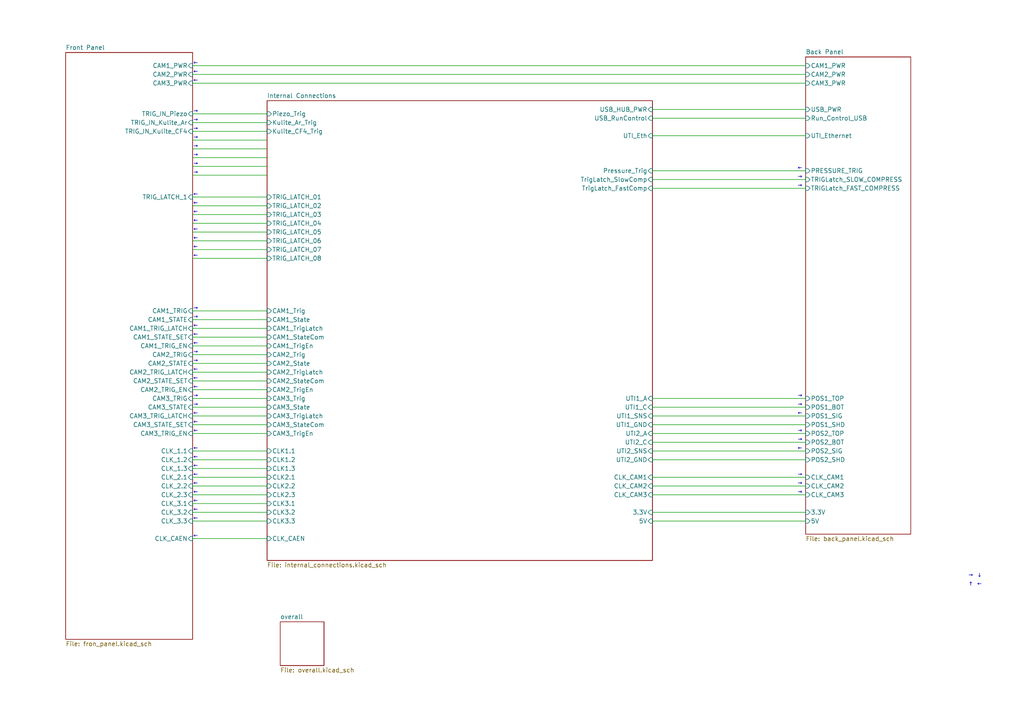
<source format=kicad_sch>
(kicad_sch (version 20230121) (generator eeschema)

  (uuid 617a7c5d-26e4-40f1-8dc6-da0df3aa4d83)

  (paper "A4")

  (title_block
    (title "Digital I/O Box")
    (date "2023-09-27")
    (company "SBC")
    (comment 1 "Zhiheng Sheng")
    (comment 2 "All wires are 22 or 24 gauge")
  )

  (lib_symbols
  )


  (wire (pts (xy 55.88 64.77) (xy 77.47 64.77))
    (stroke (width 0) (type default))
    (uuid 0ba17b04-4133-449b-8f86-1b1231215ab1)
  )
  (wire (pts (xy 55.88 118.11) (xy 77.47 118.11))
    (stroke (width 0) (type default))
    (uuid 0cea25de-661f-433d-8fa6-3348936d0bd8)
  )
  (wire (pts (xy 55.88 95.25) (xy 77.47 95.25))
    (stroke (width 0) (type default))
    (uuid 0e6fa6d6-88e5-451a-8330-64bef1b09a25)
  )
  (wire (pts (xy 55.88 90.17) (xy 77.47 90.17))
    (stroke (width 0) (type default))
    (uuid 0fc49133-b187-4d37-a14d-b9c78a9a23ee)
  )
  (wire (pts (xy 55.88 156.21) (xy 77.47 156.21))
    (stroke (width 0) (type default))
    (uuid 12a40ce0-4fa4-4ac3-9efa-1f6c1753c1d8)
  )
  (wire (pts (xy 55.88 130.81) (xy 77.47 130.81))
    (stroke (width 0) (type default))
    (uuid 17c9ae39-2a48-47c5-8dd2-f501dffe4b5d)
  )
  (wire (pts (xy 55.88 115.57) (xy 77.47 115.57))
    (stroke (width 0) (type default))
    (uuid 18d6585e-7411-481a-8502-9297c9e23e23)
  )
  (wire (pts (xy 55.88 59.69) (xy 77.47 59.69))
    (stroke (width 0) (type default))
    (uuid 19b6bf9e-e2e1-4ba0-ae7a-b450c63dad7f)
  )
  (wire (pts (xy 189.23 151.13) (xy 233.68 151.13))
    (stroke (width 0) (type default))
    (uuid 1b204a71-0901-41f6-91fc-1e7b1f434a92)
  )
  (wire (pts (xy 55.88 57.15) (xy 77.47 57.15))
    (stroke (width 0) (type default))
    (uuid 21626381-4ce3-4336-94bf-8aed03ff7c3a)
  )
  (wire (pts (xy 55.88 35.56) (xy 77.47 35.56))
    (stroke (width 0) (type default))
    (uuid 24a1db87-791c-46db-8acb-37928e795f1a)
  )
  (wire (pts (xy 55.88 100.33) (xy 77.47 100.33))
    (stroke (width 0) (type default))
    (uuid 25e10485-46dc-47a5-bd8b-c7daa0ce4c1f)
  )
  (wire (pts (xy 189.23 54.61) (xy 233.68 54.61))
    (stroke (width 0) (type default))
    (uuid 2a33a410-2e1e-490b-9710-d8a51461aea9)
  )
  (wire (pts (xy 55.88 105.41) (xy 77.47 105.41))
    (stroke (width 0) (type default))
    (uuid 2a9f5a5e-2db1-40f6-b1c5-d966fa920312)
  )
  (wire (pts (xy 55.88 107.95) (xy 77.47 107.95))
    (stroke (width 0) (type default))
    (uuid 2ebb58d5-a5e4-40b0-b1a3-644916f22d86)
  )
  (wire (pts (xy 55.88 24.13) (xy 233.68 24.13))
    (stroke (width 0) (type default))
    (uuid 3feb3868-970c-4cc1-b78a-2b5cf91b83fc)
  )
  (wire (pts (xy 55.88 125.73) (xy 77.47 125.73))
    (stroke (width 0) (type default))
    (uuid 40722ab1-3d04-4049-9bc6-18e83b0da09b)
  )
  (wire (pts (xy 55.88 74.93) (xy 77.47 74.93))
    (stroke (width 0) (type default))
    (uuid 4184e675-767d-4293-b998-3eb9321abfe9)
  )
  (wire (pts (xy 55.88 69.85) (xy 77.47 69.85))
    (stroke (width 0) (type default))
    (uuid 46c10968-e3ad-4ecc-8472-8dd70a551252)
  )
  (wire (pts (xy 189.23 120.65) (xy 233.68 120.65))
    (stroke (width 0) (type default))
    (uuid 499d1c2e-a702-4df1-b794-4d3ef3850553)
  )
  (wire (pts (xy 189.23 133.35) (xy 233.68 133.35))
    (stroke (width 0) (type default))
    (uuid 4a045ff7-22c7-4e25-b23c-5d3d0355509f)
  )
  (wire (pts (xy 55.88 40.64) (xy 77.47 40.64))
    (stroke (width 0) (type default))
    (uuid 4cda9058-a945-40b1-921e-0a0b1b0ad178)
  )
  (wire (pts (xy 189.23 115.57) (xy 233.68 115.57))
    (stroke (width 0) (type default))
    (uuid 5790ff0d-2a66-48b8-8137-35e4264e3af3)
  )
  (wire (pts (xy 55.88 97.79) (xy 77.47 97.79))
    (stroke (width 0) (type default))
    (uuid 5fefc4b7-21cf-468a-a647-1b478a692f0c)
  )
  (wire (pts (xy 55.88 148.59) (xy 77.47 148.59))
    (stroke (width 0) (type default))
    (uuid 6862ad55-86a7-4742-ba5b-5c04f38f6496)
  )
  (wire (pts (xy 55.88 38.1) (xy 77.47 38.1))
    (stroke (width 0) (type default))
    (uuid 687350e4-717d-4aa5-ad6c-4d7cfe3050f1)
  )
  (wire (pts (xy 189.23 123.19) (xy 233.68 123.19))
    (stroke (width 0) (type default))
    (uuid 6b34833b-8998-4123-98fe-675284dcdbed)
  )
  (wire (pts (xy 189.23 49.53) (xy 233.68 49.53))
    (stroke (width 0) (type default))
    (uuid 72c59d6b-52ab-42d8-b693-86e037d4d2a0)
  )
  (wire (pts (xy 189.23 52.07) (xy 233.68 52.07))
    (stroke (width 0) (type default))
    (uuid 7765d8e0-0d39-4f20-a28c-c5af85b23e50)
  )
  (wire (pts (xy 189.23 125.73) (xy 233.68 125.73))
    (stroke (width 0) (type default))
    (uuid 778652a7-1b4f-437a-b67e-bb6d8ec65897)
  )
  (wire (pts (xy 55.88 92.71) (xy 77.47 92.71))
    (stroke (width 0) (type default))
    (uuid 7b8d46ff-9491-4a72-9622-667f3c8ab504)
  )
  (wire (pts (xy 189.23 148.59) (xy 233.68 148.59))
    (stroke (width 0) (type default))
    (uuid 85d687c3-90b7-4ab3-a24d-27599fce60c3)
  )
  (wire (pts (xy 189.23 143.51) (xy 233.68 143.51))
    (stroke (width 0) (type default))
    (uuid 868b4b50-107a-4e81-8fb9-d8d15ae9b1ac)
  )
  (wire (pts (xy 55.88 110.49) (xy 77.47 110.49))
    (stroke (width 0) (type default))
    (uuid 86b9488c-2050-43ed-a8e9-2c582fc0e9c2)
  )
  (wire (pts (xy 55.88 72.39) (xy 77.47 72.39))
    (stroke (width 0) (type default))
    (uuid 8cc922bb-6dda-41bd-b32a-2b5a32e86ec5)
  )
  (wire (pts (xy 55.88 21.59) (xy 233.68 21.59))
    (stroke (width 0) (type default))
    (uuid 91779518-628e-4ad9-bf0c-e50d74f6c47a)
  )
  (wire (pts (xy 55.88 67.31) (xy 77.47 67.31))
    (stroke (width 0) (type default))
    (uuid 92efb0f0-1e58-4802-a843-27296959cb7b)
  )
  (wire (pts (xy 55.88 151.13) (xy 77.47 151.13))
    (stroke (width 0) (type default))
    (uuid 9535337f-b874-4fd2-90fd-89435cb93649)
  )
  (wire (pts (xy 55.88 113.03) (xy 77.47 113.03))
    (stroke (width 0) (type default))
    (uuid 96548e9c-eb6c-4eba-a4fd-f056387065c8)
  )
  (wire (pts (xy 55.88 140.97) (xy 77.47 140.97))
    (stroke (width 0) (type default))
    (uuid 9d986d9b-245b-4d9e-9678-b8c7848e2cac)
  )
  (wire (pts (xy 55.88 120.65) (xy 77.47 120.65))
    (stroke (width 0) (type default))
    (uuid a05dbaa6-2699-4db6-bde9-cb8e2ee01f14)
  )
  (wire (pts (xy 55.88 135.89) (xy 77.47 135.89))
    (stroke (width 0) (type default))
    (uuid a5804d96-33f0-4b6f-8989-d8be27892c4e)
  )
  (wire (pts (xy 189.23 39.37) (xy 233.68 39.37))
    (stroke (width 0) (type default))
    (uuid be9675d2-c98a-40f7-8182-8916d803e95e)
  )
  (wire (pts (xy 55.88 45.72) (xy 77.47 45.72))
    (stroke (width 0) (type default))
    (uuid bf6af038-6892-45c6-b130-59261167314d)
  )
  (wire (pts (xy 55.88 138.43) (xy 77.47 138.43))
    (stroke (width 0) (type default))
    (uuid bf9fa028-2805-48d3-83dc-25d67d0f0a80)
  )
  (wire (pts (xy 189.23 31.75) (xy 233.68 31.75))
    (stroke (width 0) (type default))
    (uuid c103ec16-a4a6-4280-a683-ba7da94748d0)
  )
  (wire (pts (xy 55.88 43.18) (xy 77.47 43.18))
    (stroke (width 0) (type default))
    (uuid c3bd17d5-66fb-4687-9d7f-a126d3fc08eb)
  )
  (wire (pts (xy 55.88 102.87) (xy 77.47 102.87))
    (stroke (width 0) (type default))
    (uuid c72a28d1-b27b-499a-a989-a3019babf6cf)
  )
  (wire (pts (xy 55.88 50.8) (xy 77.47 50.8))
    (stroke (width 0) (type default))
    (uuid d57413f8-5bbb-49aa-90b1-3a41fbafdaa9)
  )
  (wire (pts (xy 55.88 62.23) (xy 77.47 62.23))
    (stroke (width 0) (type default))
    (uuid d5e2bb6e-c92d-4b32-8cb7-13fd87d39580)
  )
  (wire (pts (xy 55.88 19.05) (xy 233.68 19.05))
    (stroke (width 0) (type default))
    (uuid dd663951-2078-4b12-b041-f77c0091f70f)
  )
  (wire (pts (xy 55.88 48.26) (xy 77.47 48.26))
    (stroke (width 0) (type default))
    (uuid e0a5e8b0-784c-4af4-a234-59e750988be2)
  )
  (wire (pts (xy 189.23 34.29) (xy 233.68 34.29))
    (stroke (width 0) (type default))
    (uuid e182fe29-a154-4b7d-8a3e-38f269aa3592)
  )
  (wire (pts (xy 189.23 130.81) (xy 233.68 130.81))
    (stroke (width 0) (type default))
    (uuid e2c50dea-8e13-439b-b488-da4ee0f63b2a)
  )
  (wire (pts (xy 189.23 138.43) (xy 233.68 138.43))
    (stroke (width 0) (type default))
    (uuid e5b5773c-b3f9-42b2-b33f-6abbdd55ad9e)
  )
  (wire (pts (xy 55.88 146.05) (xy 77.47 146.05))
    (stroke (width 0) (type default))
    (uuid e7d552b2-41c8-4f6c-8615-46951ac373a3)
  )
  (wire (pts (xy 55.88 143.51) (xy 77.47 143.51))
    (stroke (width 0) (type default))
    (uuid e86c00ee-7b62-4f31-945d-4b7e5c3b5f3f)
  )
  (wire (pts (xy 55.88 133.35) (xy 77.47 133.35))
    (stroke (width 0) (type default))
    (uuid efdcd7bc-04a7-4008-aa57-656e517a3342)
  )
  (wire (pts (xy 55.88 33.02) (xy 77.47 33.02))
    (stroke (width 0) (type default))
    (uuid f03594e5-d29d-44d8-9e27-795e7f4e322c)
  )
  (wire (pts (xy 189.23 128.27) (xy 233.68 128.27))
    (stroke (width 0) (type default))
    (uuid f11158d2-c079-4911-8e8f-039a90cafde9)
  )
  (wire (pts (xy 189.23 118.11) (xy 233.68 118.11))
    (stroke (width 0) (type default))
    (uuid f5c7a022-7bb1-4401-893a-cb66e2d4d881)
  )
  (wire (pts (xy 55.88 123.19) (xy 77.47 123.19))
    (stroke (width 0) (type default))
    (uuid fc68a38c-625a-4f30-aae8-56a7d37bc913)
  )
  (wire (pts (xy 189.23 140.97) (xy 233.68 140.97))
    (stroke (width 0) (type default))
    (uuid ff8ddea1-43f5-4398-8853-6822c213af31)
  )

  (text "→" (at 231.14 143.51 0)
    (effects (font (size 1.27 1.27)) (justify left bottom))
    (uuid 0d6d80e3-cdb4-4fc8-a181-88a0dfa19564)
  )
  (text "↓" (at 283.21 167.64 0)
    (effects (font (size 1.27 1.27)) (justify left bottom))
    (uuid 0e0638ac-6cbc-4a29-b1a3-cf6de7ef1e85)
  )
  (text "→" (at 280.67 167.64 0)
    (effects (font (size 1.27 1.27)) (justify left bottom))
    (uuid 0e506973-19f5-4af4-b168-771640284c61)
  )
  (text "←" (at 283.21 170.18 0)
    (effects (font (size 1.27 1.27)) (justify left bottom))
    (uuid 157ca526-3818-4e21-8b0c-04734d7318b5)
  )
  (text "→" (at 231.14 138.43 0)
    (effects (font (size 1.27 1.27)) (justify left bottom))
    (uuid 187872c9-7893-4b8e-a485-3479c2f131ec)
  )
  (text "←" (at 55.88 120.65 0)
    (effects (font (size 1.27 1.27)) (justify left bottom))
    (uuid 18e4b164-32bb-40b0-92fb-eb36307a2a19)
  )
  (text "→" (at 55.88 118.11 0)
    (effects (font (size 1.27 1.27)) (justify left bottom))
    (uuid 198a8a67-16db-4363-bd57-a71355701e4b)
  )
  (text "←" (at 55.88 67.31 0)
    (effects (font (size 1.27 1.27)) (justify left bottom))
    (uuid 1a395d02-b090-47c7-80b9-4e4c99ab6a66)
  )
  (text "←" (at 55.88 19.05 0)
    (effects (font (size 1.27 1.27)) (justify left bottom))
    (uuid 1abf69f9-640a-4169-8ce2-d13446449138)
  )
  (text "←" (at 55.88 130.81 0)
    (effects (font (size 1.27 1.27)) (justify left bottom))
    (uuid 1dbac920-1981-482a-b59a-28a0ced5a194)
  )
  (text "←" (at 55.88 62.23 0)
    (effects (font (size 1.27 1.27)) (justify left bottom))
    (uuid 21f524f2-18d5-4e28-9a2c-79b8ea622810)
  )
  (text "←" (at 55.88 138.43 0)
    (effects (font (size 1.27 1.27)) (justify left bottom))
    (uuid 2241d85c-e223-4704-9a69-e43211b2b126)
  )
  (text "←" (at 55.88 107.95 0)
    (effects (font (size 1.27 1.27)) (justify left bottom))
    (uuid 24dc7052-458f-47b9-8c30-3d0d663b6bdf)
  )
  (text "→" (at 55.88 105.41 0)
    (effects (font (size 1.27 1.27)) (justify left bottom))
    (uuid 253726b5-0862-4afc-ba71-c7f98f400dd2)
  )
  (text "→" (at 55.88 40.64 0)
    (effects (font (size 1.27 1.27)) (justify left bottom))
    (uuid 35d76339-f038-4792-bc34-ac445834f8a0)
  )
  (text "←" (at 55.88 110.49 0)
    (effects (font (size 1.27 1.27)) (justify left bottom))
    (uuid 3a7471e2-fc19-4687-a888-782f12e7035b)
  )
  (text "←" (at 231.14 130.81 0)
    (effects (font (size 1.27 1.27)) (justify left bottom))
    (uuid 40fca973-23d4-42a9-98a8-0243e48f68d0)
  )
  (text "→" (at 55.88 43.18 0)
    (effects (font (size 1.27 1.27)) (justify left bottom))
    (uuid 44003f21-6467-42c2-88da-4730f7ecb521)
  )
  (text "→" (at 231.14 125.73 0)
    (effects (font (size 1.27 1.27)) (justify left bottom))
    (uuid 488c9506-ed9a-47ed-a2a7-5274a062350e)
  )
  (text "→" (at 55.88 38.1 0)
    (effects (font (size 1.27 1.27)) (justify left bottom))
    (uuid 4a64c2a8-ec08-4da6-839f-31e1d29bb358)
  )
  (text "→" (at 55.88 102.87 0)
    (effects (font (size 1.27 1.27)) (justify left bottom))
    (uuid 4b4982fc-6fc5-4804-9006-17fbd740e4ee)
  )
  (text "←" (at 55.88 21.59 0)
    (effects (font (size 1.27 1.27)) (justify left bottom))
    (uuid 4d1067f7-ddb5-4b56-a77b-5cb7c07e2a29)
  )
  (text "←" (at 55.88 140.97 0)
    (effects (font (size 1.27 1.27)) (justify left bottom))
    (uuid 505dec17-0ef0-4718-81cb-155aa48b0af4)
  )
  (text "←" (at 55.88 24.13 0)
    (effects (font (size 1.27 1.27)) (justify left bottom))
    (uuid 59578ad0-dbfb-43bc-9ff1-a6fdb84f7b72)
  )
  (text "←" (at 55.88 123.19 0)
    (effects (font (size 1.27 1.27)) (justify left bottom))
    (uuid 5fd4d7ba-7cbc-4e1f-b569-40350d7c4bf4)
  )
  (text "↑" (at 280.67 170.18 0)
    (effects (font (size 1.27 1.27)) (justify left bottom))
    (uuid 628928df-f266-408d-b6cd-02f8e9eb7782)
  )
  (text "←" (at 231.14 120.65 0)
    (effects (font (size 1.27 1.27)) (justify left bottom))
    (uuid 67381b11-21bd-4329-8196-eb5ab0bca66a)
  )
  (text "←" (at 55.88 146.05 0)
    (effects (font (size 1.27 1.27)) (justify left bottom))
    (uuid 696290ac-a00e-4b0a-9bb6-6bdca547df26)
  )
  (text "→" (at 55.88 90.17 0)
    (effects (font (size 1.27 1.27)) (justify left bottom))
    (uuid 742b9c14-7882-483c-9f73-230ddb32145f)
  )
  (text "←" (at 55.88 148.59 0)
    (effects (font (size 1.27 1.27)) (justify left bottom))
    (uuid 74c608a5-3b3d-4f12-8816-d380574047b2)
  )
  (text "←" (at 55.88 57.15 0)
    (effects (font (size 1.27 1.27)) (justify left bottom))
    (uuid 79c542d8-8055-4d5b-bc25-3b6f5c6de5f7)
  )
  (text "←" (at 55.88 156.21 0)
    (effects (font (size 1.27 1.27)) (justify left bottom))
    (uuid 8106b01c-3098-4471-94f1-0013bc40f973)
  )
  (text "←" (at 231.14 49.53 0)
    (effects (font (size 1.27 1.27)) (justify left bottom))
    (uuid 813808c0-26da-4938-9795-a97d777ce610)
  )
  (text "→" (at 55.88 50.8 0)
    (effects (font (size 1.27 1.27)) (justify left bottom))
    (uuid 8587e7e8-1e4f-4c20-a57f-c08759089b2b)
  )
  (text "→" (at 231.14 115.57 0)
    (effects (font (size 1.27 1.27)) (justify left bottom))
    (uuid 88747448-47c0-4047-b313-6551885b7f34)
  )
  (text "←" (at 55.88 135.89 0)
    (effects (font (size 1.27 1.27)) (justify left bottom))
    (uuid 9046e95b-f1d5-493a-8f90-052c8618016d)
  )
  (text "←" (at 55.88 72.39 0)
    (effects (font (size 1.27 1.27)) (justify left bottom))
    (uuid 93dfee94-b1d9-440e-b9a9-679b76c3f669)
  )
  (text "←" (at 55.88 113.03 0)
    (effects (font (size 1.27 1.27)) (justify left bottom))
    (uuid 9d56014b-ebdf-4bd6-842d-122ad7e66cd0)
  )
  (text "←" (at 55.88 97.79 0)
    (effects (font (size 1.27 1.27)) (justify left bottom))
    (uuid 9f0c4d2e-487c-4b6d-8652-8cd875e1f713)
  )
  (text "→" (at 55.88 115.57 0)
    (effects (font (size 1.27 1.27)) (justify left bottom))
    (uuid a574f267-5506-4f8a-8a9e-d75c5409846e)
  )
  (text "→" (at 55.88 33.02 0)
    (effects (font (size 1.27 1.27)) (justify left bottom))
    (uuid a99cfdce-087f-449a-b4c9-4ecd01291b85)
  )
  (text "→" (at 55.88 35.56 0)
    (effects (font (size 1.27 1.27)) (justify left bottom))
    (uuid ad7533d8-ed2a-4878-ac1d-5701af30fb21)
  )
  (text "→" (at 55.88 48.26 0)
    (effects (font (size 1.27 1.27)) (justify left bottom))
    (uuid aebac1fe-0858-42b4-86ca-8d0d632bdc88)
  )
  (text "←" (at 55.88 64.77 0)
    (effects (font (size 1.27 1.27)) (justify left bottom))
    (uuid b6f507b4-fae9-48a3-a774-f2044ed716b9)
  )
  (text "←" (at 55.88 133.35 0)
    (effects (font (size 1.27 1.27)) (justify left bottom))
    (uuid b7b4c4c1-39e7-4d49-9f5a-073f79f33516)
  )
  (text "→" (at 231.14 128.27 0)
    (effects (font (size 1.27 1.27)) (justify left bottom))
    (uuid bcb5fe2c-2787-45ec-aacf-10dcadadb2e9)
  )
  (text "←" (at 55.88 125.73 0)
    (effects (font (size 1.27 1.27)) (justify left bottom))
    (uuid c5404e84-b5fe-4a3d-9bce-c60ec4380816)
  )
  (text "←" (at 55.88 74.93 0)
    (effects (font (size 1.27 1.27)) (justify left bottom))
    (uuid c867ad59-d7dc-4eca-be20-f5ef163a5552)
  )
  (text "←" (at 55.88 100.33 0)
    (effects (font (size 1.27 1.27)) (justify left bottom))
    (uuid c9d60ecb-f2d0-49b2-8da5-ce8a30498c55)
  )
  (text "←" (at 55.88 95.25 0)
    (effects (font (size 1.27 1.27)) (justify left bottom))
    (uuid ca690aec-7a44-49da-ae23-e18e161cbbc2)
  )
  (text "→" (at 231.14 118.11 0)
    (effects (font (size 1.27 1.27)) (justify left bottom))
    (uuid ca80402b-d40b-40d7-87ed-f41c765cedbe)
  )
  (text "→" (at 231.14 52.07 0)
    (effects (font (size 1.27 1.27)) (justify left bottom))
    (uuid d772a833-34d2-4b25-ba9d-caab53fbd251)
  )
  (text "→" (at 231.14 54.61 0)
    (effects (font (size 1.27 1.27)) (justify left bottom))
    (uuid d8b4fda4-93f7-4927-8826-6dcae4c28c81)
  )
  (text "←" (at 55.88 143.51 0)
    (effects (font (size 1.27 1.27)) (justify left bottom))
    (uuid d9b9832d-3cda-440d-8492-99376c2dcb59)
  )
  (text "→" (at 55.88 92.71 0)
    (effects (font (size 1.27 1.27)) (justify left bottom))
    (uuid deddc2c4-7d01-4316-ae5e-5fddf4a366a9)
  )
  (text "←" (at 55.88 151.13 0)
    (effects (font (size 1.27 1.27)) (justify left bottom))
    (uuid e0ffa7ad-acfb-46a8-be52-b255ed73176c)
  )
  (text "←" (at 55.88 69.85 0)
    (effects (font (size 1.27 1.27)) (justify left bottom))
    (uuid e1648cae-89e2-4303-9681-579efbec7ffb)
  )
  (text "→" (at 231.14 140.97 0)
    (effects (font (size 1.27 1.27)) (justify left bottom))
    (uuid e78e27b5-c0a8-4055-bc9b-0c4cf570658d)
  )
  (text "←" (at 55.88 59.69 0)
    (effects (font (size 1.27 1.27)) (justify left bottom))
    (uuid f7d966da-4198-4961-b7c9-01abf37a00b4)
  )
  (text "→" (at 55.88 45.72 0)
    (effects (font (size 1.27 1.27)) (justify left bottom))
    (uuid f95bc445-d0ff-484f-a71d-cdffed31be1f)
  )

  (sheet (at 81.28 180.34) (size 12.7 12.7) (fields_autoplaced)
    (stroke (width 0.1524) (type solid))
    (fill (color 0 0 0 0.0000))
    (uuid 2a126c68-7bad-474c-bcd3-909e047e1c7b)
    (property "Sheetname" "overall" (at 81.28 179.6284 0)
      (effects (font (size 1.27 1.27)) (justify left bottom))
    )
    (property "Sheetfile" "overall.kicad_sch" (at 81.28 193.6246 0)
      (effects (font (size 1.27 1.27)) (justify left top))
    )
    (instances
      (project "dio_box"
        (path "/617a7c5d-26e4-40f1-8dc6-da0df3aa4d83" (page "9"))
      )
    )
  )

  (sheet (at 19.05 15.24) (size 36.83 170.18) (fields_autoplaced)
    (stroke (width 0.1524) (type solid))
    (fill (color 0 0 0 0.0000))
    (uuid 3400685b-a982-493e-934a-5ef851cdafa1)
    (property "Sheetname" "Front Panel" (at 19.05 14.5284 0)
      (effects (font (size 1.27 1.27)) (justify left bottom))
    )
    (property "Sheetfile" "fron_panel.kicad_sch" (at 19.05 186.0046 0)
      (effects (font (size 1.27 1.27)) (justify left top))
    )
    (pin "TRIG_LATCH_1" input (at 55.88 57.15 0)
      (effects (font (size 1.27 1.27)) (justify right))
      (uuid 314598d3-f1de-4e08-b7c9-a2ab8616caf9)
    )
    (pin "CAM1_TRIG" input (at 55.88 90.17 0)
      (effects (font (size 1.27 1.27)) (justify right))
      (uuid 5007db0d-768d-46f3-9b15-4e710669204c)
    )
    (pin "CAM1_STATE" input (at 55.88 92.71 0)
      (effects (font (size 1.27 1.27)) (justify right))
      (uuid f38aca5d-3084-4390-b50a-fd430f2cf8e5)
    )
    (pin "CLK_2.1" input (at 55.88 138.43 0)
      (effects (font (size 1.27 1.27)) (justify right))
      (uuid 2986efaa-1df3-4867-806c-bba7f5a249bf)
    )
    (pin "CLK_1.3" input (at 55.88 135.89 0)
      (effects (font (size 1.27 1.27)) (justify right))
      (uuid 898016f3-a452-4535-9349-3f92f4511689)
    )
    (pin "CLK_2.2" input (at 55.88 140.97 0)
      (effects (font (size 1.27 1.27)) (justify right))
      (uuid a5f407c8-e438-4b21-a43e-9928fd199f5e)
    )
    (pin "CLK_1.2" input (at 55.88 133.35 0)
      (effects (font (size 1.27 1.27)) (justify right))
      (uuid 8a77e020-aa35-4f3c-a588-8ddbcb4a1eb4)
    )
    (pin "CLK_1.1" input (at 55.88 130.81 0)
      (effects (font (size 1.27 1.27)) (justify right))
      (uuid e6477fe9-1d47-4998-a4d5-9ab8d562f4d2)
    )
    (pin "CLK_3.2" input (at 55.88 148.59 0)
      (effects (font (size 1.27 1.27)) (justify right))
      (uuid df5b4d5f-bea4-4ee8-9e68-9029d5e787cb)
    )
    (pin "CLK_3.3" input (at 55.88 151.13 0)
      (effects (font (size 1.27 1.27)) (justify right))
      (uuid d5f6246d-4671-40c5-bcb9-9d435e485aa8)
    )
    (pin "CLK_3.1" input (at 55.88 146.05 0)
      (effects (font (size 1.27 1.27)) (justify right))
      (uuid c35acd9b-5cc5-47bb-b22d-6ebaf25d76c3)
    )
    (pin "CLK_2.3" input (at 55.88 143.51 0)
      (effects (font (size 1.27 1.27)) (justify right))
      (uuid 5b49a88f-6382-4555-9680-b2c1b2efe516)
    )
    (pin "CAM1_PWR" input (at 55.88 19.05 0)
      (effects (font (size 1.27 1.27)) (justify right))
      (uuid 2e9719a3-52ad-4461-890b-c7b14ccb4460)
    )
    (pin "CAM1_TRIG_EN" input (at 55.88 100.33 0)
      (effects (font (size 1.27 1.27)) (justify right))
      (uuid af1a0739-834a-4cd1-8b46-fd391f9f7c3a)
    )
    (pin "CAM1_TRIG_LATCH" input (at 55.88 95.25 0)
      (effects (font (size 1.27 1.27)) (justify right))
      (uuid 63a5fc31-87c3-4c2f-a7cc-a3c65f61edf0)
    )
    (pin "CAM1_STATE_SET" input (at 55.88 97.79 0)
      (effects (font (size 1.27 1.27)) (justify right))
      (uuid b7529029-1caf-4c8a-ba61-7ebb940b8cbb)
    )
    (pin "CAM2_PWR" input (at 55.88 21.59 0)
      (effects (font (size 1.27 1.27)) (justify right))
      (uuid bc2828f9-d406-45d1-8c16-b149d1a590e0)
    )
    (pin "CAM3_TRIG_EN" input (at 55.88 125.73 0)
      (effects (font (size 1.27 1.27)) (justify right))
      (uuid 372708b5-e09a-408c-ad76-86032863d66f)
    )
    (pin "CAM2_STATE_SET" input (at 55.88 110.49 0)
      (effects (font (size 1.27 1.27)) (justify right))
      (uuid 4e8e4ef9-c2ad-446e-856e-71100410b32d)
    )
    (pin "CAM2_TRIG_EN" input (at 55.88 113.03 0)
      (effects (font (size 1.27 1.27)) (justify right))
      (uuid aeed613d-27a2-41bd-9764-65d902506448)
    )
    (pin "CAM2_TRIG_LATCH" input (at 55.88 107.95 0)
      (effects (font (size 1.27 1.27)) (justify right))
      (uuid 99c01de0-67c5-4ada-b9a3-bc35e047cce6)
    )
    (pin "CAM2_STATE" input (at 55.88 105.41 0)
      (effects (font (size 1.27 1.27)) (justify right))
      (uuid 01de3eb2-ae98-43c2-9f79-4574713d3085)
    )
    (pin "CAM2_TRIG" input (at 55.88 102.87 0)
      (effects (font (size 1.27 1.27)) (justify right))
      (uuid 0d33fd6d-a728-4ee1-860a-2c83def7c909)
    )
    (pin "CAM3_PWR" input (at 55.88 24.13 0)
      (effects (font (size 1.27 1.27)) (justify right))
      (uuid cbbd8c88-2dac-411f-8033-7faa04794924)
    )
    (pin "CAM3_TRIG" input (at 55.88 115.57 0)
      (effects (font (size 1.27 1.27)) (justify right))
      (uuid 19dc5626-2807-4cab-b461-a52dd0a553e0)
    )
    (pin "CAM3_STATE_SET" input (at 55.88 123.19 0)
      (effects (font (size 1.27 1.27)) (justify right))
      (uuid 154c3a35-1be2-4394-bd11-b3eb1878f02e)
    )
    (pin "CAM3_TRIG_LATCH" input (at 55.88 120.65 0)
      (effects (font (size 1.27 1.27)) (justify right))
      (uuid 71f9111a-5c8e-4ac9-839a-c8d4e861d0d1)
    )
    (pin "CAM3_STATE" input (at 55.88 118.11 0)
      (effects (font (size 1.27 1.27)) (justify right))
      (uuid 4a1b1b2e-1a53-496b-ab6a-b9affb135fd8)
    )
    (pin "CLK_CAEN" input (at 55.88 156.21 0)
      (effects (font (size 1.27 1.27)) (justify right))
      (uuid 818bf9e9-ef50-4973-9b7a-b5896eaa2530)
    )
    (pin "TRIG_IN_Piezo" input (at 55.88 33.02 0)
      (effects (font (size 1.27 1.27)) (justify right))
      (uuid 419eef99-3940-4da4-bb02-e6221768fb48)
    )
    (pin "TRIG_IN_Kulite_Ar" input (at 55.88 35.56 0)
      (effects (font (size 1.27 1.27)) (justify right))
      (uuid 17aeb45b-fbad-4c7b-b459-c5f1ada66215)
    )
    (pin "TRIG_IN_Kulite_CF4" input (at 55.88 38.1 0)
      (effects (font (size 1.27 1.27)) (justify right))
      (uuid 4339add8-d514-415e-a5af-1bb1aec6e77a)
    )
    (instances
      (project "dio_box"
        (path "/617a7c5d-26e4-40f1-8dc6-da0df3aa4d83" (page "2"))
      )
    )
  )

  (sheet (at 77.47 29.21) (size 111.76 133.35) (fields_autoplaced)
    (stroke (width 0.1524) (type solid))
    (fill (color 0 0 0 0.0000))
    (uuid 50f918ff-c84c-4fba-873b-ccd9af4e0432)
    (property "Sheetname" "Internal Connections" (at 77.47 28.4984 0)
      (effects (font (size 1.27 1.27)) (justify left bottom))
    )
    (property "Sheetfile" "internal_connections.kicad_sch" (at 77.47 163.1446 0)
      (effects (font (size 1.27 1.27)) (justify left top))
    )
    (pin "USB_HUB_PWR" input (at 189.23 31.75 0)
      (effects (font (size 1.27 1.27)) (justify right))
      (uuid ed12cd58-a6d3-41cd-a066-53250ccd9ff0)
    )
    (pin "USB_RunControl" input (at 189.23 34.29 0)
      (effects (font (size 1.27 1.27)) (justify right))
      (uuid 87e25d2b-404d-43f3-89e8-56e4ee27a8fd)
    )
    (pin "UTI_Eth" input (at 189.23 39.37 0)
      (effects (font (size 1.27 1.27)) (justify right))
      (uuid 3eab9f19-36ce-47a6-80de-7bddbbcc8701)
    )
    (pin "UTI2_A" input (at 189.23 125.73 0)
      (effects (font (size 1.27 1.27)) (justify right))
      (uuid fe67585d-3905-4483-b4c6-304370cbcf37)
    )
    (pin "UTI2_C" input (at 189.23 128.27 0)
      (effects (font (size 1.27 1.27)) (justify right))
      (uuid 427ad6f3-3049-4662-917f-3b8c01840d75)
    )
    (pin "UTI1_A" input (at 189.23 115.57 0)
      (effects (font (size 1.27 1.27)) (justify right))
      (uuid d558d9e6-4fed-41c3-a346-ab83dc79e7b6)
    )
    (pin "UTI1_C" input (at 189.23 118.11 0)
      (effects (font (size 1.27 1.27)) (justify right))
      (uuid bd4d7e50-b483-4c4a-8031-12c16617535a)
    )
    (pin "UTI1_SNS" input (at 189.23 120.65 0)
      (effects (font (size 1.27 1.27)) (justify right))
      (uuid f405af3f-28a9-48aa-b594-09777fc279d4)
    )
    (pin "UTI1_GND" input (at 189.23 123.19 0)
      (effects (font (size 1.27 1.27)) (justify right))
      (uuid 46d26354-4d8b-45f2-9f10-1b3b1130bed5)
    )
    (pin "UTI2_SNS" input (at 189.23 130.81 0)
      (effects (font (size 1.27 1.27)) (justify right))
      (uuid f70afd88-db1e-4ba0-97b1-f55589b07854)
    )
    (pin "UTI2_GND" input (at 189.23 133.35 0)
      (effects (font (size 1.27 1.27)) (justify right))
      (uuid d422551c-0d40-40fe-badd-9340a097cb72)
    )
    (pin "CAM2_Trig" input (at 77.47 102.87 180)
      (effects (font (size 1.27 1.27)) (justify left))
      (uuid 5b09a2a1-a29e-47d7-b7c8-b472021b25a3)
    )
    (pin "CAM1_Trig" input (at 77.47 90.17 180)
      (effects (font (size 1.27 1.27)) (justify left))
      (uuid 713f27a5-c6f7-446a-b743-1ec1fa92b4c7)
    )
    (pin "CAM3_Trig" input (at 77.47 115.57 180)
      (effects (font (size 1.27 1.27)) (justify left))
      (uuid a3ad56d1-d5db-45bb-9857-4f7a057d8a46)
    )
    (pin "TRIG_LATCH_07" input (at 77.47 72.39 180)
      (effects (font (size 1.27 1.27)) (justify left))
      (uuid 6365012d-5222-4b70-8e30-b1bfa12ff740)
    )
    (pin "CAM1_TrigLatch" input (at 77.47 95.25 180)
      (effects (font (size 1.27 1.27)) (justify left))
      (uuid c6b748ad-16b3-4b8f-b290-b6496c61385d)
    )
    (pin "CAM2_TrigLatch" input (at 77.47 107.95 180)
      (effects (font (size 1.27 1.27)) (justify left))
      (uuid a188119b-16b1-4758-bf66-79bc3439decd)
    )
    (pin "TRIG_LATCH_08" input (at 77.47 74.93 180)
      (effects (font (size 1.27 1.27)) (justify left))
      (uuid 85512bdd-8995-45b0-a4d3-1b64b49caa0a)
    )
    (pin "TRIG_LATCH_06" input (at 77.47 69.85 180)
      (effects (font (size 1.27 1.27)) (justify left))
      (uuid 0b877adf-6e8e-4c4b-8249-bdb1845cc703)
    )
    (pin "CAM3_TrigLatch" input (at 77.47 120.65 180)
      (effects (font (size 1.27 1.27)) (justify left))
      (uuid ad785096-ab0a-46d2-9c44-08b06a73ba1c)
    )
    (pin "CAM2_TrigEn" input (at 77.47 113.03 180)
      (effects (font (size 1.27 1.27)) (justify left))
      (uuid f213fda5-6d0b-4989-8c44-ceb2d6a6b5ea)
    )
    (pin "CAM3_State" input (at 77.47 118.11 180)
      (effects (font (size 1.27 1.27)) (justify left))
      (uuid 0f59a005-9da3-4447-b05c-2e34731d2a96)
    )
    (pin "CAM3_TrigEn" input (at 77.47 125.73 180)
      (effects (font (size 1.27 1.27)) (justify left))
      (uuid 3f40a8c6-6eae-4cdd-8439-9bba8763d1cd)
    )
    (pin "CAM3_StateCom" input (at 77.47 123.19 180)
      (effects (font (size 1.27 1.27)) (justify left))
      (uuid 2bc316da-9b91-4c03-8bc7-03ab84d1dc12)
    )
    (pin "CAM2_StateCom" input (at 77.47 110.49 180)
      (effects (font (size 1.27 1.27)) (justify left))
      (uuid 97d9b37e-9abc-4c94-833a-bf7f1825d53f)
    )
    (pin "TRIG_LATCH_03" input (at 77.47 62.23 180)
      (effects (font (size 1.27 1.27)) (justify left))
      (uuid 89b212f0-db45-41ba-9cea-b559436d2389)
    )
    (pin "TRIG_LATCH_04" input (at 77.47 64.77 180)
      (effects (font (size 1.27 1.27)) (justify left))
      (uuid fca98a13-ab6c-41b0-a4a3-8159c1f67380)
    )
    (pin "TRIG_LATCH_01" input (at 77.47 57.15 180)
      (effects (font (size 1.27 1.27)) (justify left))
      (uuid e9464c29-2609-4906-931a-177c886bbf35)
    )
    (pin "TRIG_LATCH_05" input (at 77.47 67.31 180)
      (effects (font (size 1.27 1.27)) (justify left))
      (uuid 4e314ca5-57fd-4b9b-95ed-a448e7e5e057)
    )
    (pin "TRIG_LATCH_02" input (at 77.47 59.69 180)
      (effects (font (size 1.27 1.27)) (justify left))
      (uuid 2c8ac5a6-a5a1-4d61-a9d2-1659546bd075)
    )
    (pin "CAM1_TrigEn" input (at 77.47 100.33 180)
      (effects (font (size 1.27 1.27)) (justify left))
      (uuid b281215e-1fa5-4a0c-8dca-3bd0f5069d63)
    )
    (pin "CAM1_StateCom" input (at 77.47 97.79 180)
      (effects (font (size 1.27 1.27)) (justify left))
      (uuid 9fed22c9-9269-41ec-adb1-0cdad14264d1)
    )
    (pin "CAM1_State" input (at 77.47 92.71 180)
      (effects (font (size 1.27 1.27)) (justify left))
      (uuid 966b038a-44e3-44b6-ba1c-09e67169d74c)
    )
    (pin "CAM2_State" input (at 77.47 105.41 180)
      (effects (font (size 1.27 1.27)) (justify left))
      (uuid 8b6b89a8-ef37-441b-bb72-3a5a1066b06f)
    )
    (pin "CLK2.3" input (at 77.47 143.51 180)
      (effects (font (size 1.27 1.27)) (justify left))
      (uuid 4cf259aa-871d-4cc2-b3b3-98c1ece8689f)
    )
    (pin "CLK3.3" input (at 77.47 151.13 180)
      (effects (font (size 1.27 1.27)) (justify left))
      (uuid b1bb8396-8d7c-48f9-9631-a9c45b577741)
    )
    (pin "CLK3.1" input (at 77.47 146.05 180)
      (effects (font (size 1.27 1.27)) (justify left))
      (uuid dfb6ebb0-0e92-4544-b30f-218ad9a29887)
    )
    (pin "CLK3.2" input (at 77.47 148.59 180)
      (effects (font (size 1.27 1.27)) (justify left))
      (uuid 6c1a86bb-3da5-4c79-b05e-fb4009f24d6b)
    )
    (pin "CLK_CAM1" input (at 189.23 138.43 0)
      (effects (font (size 1.27 1.27)) (justify right))
      (uuid 583a285a-0cee-411a-b0e0-9d4eee931719)
    )
    (pin "CLK_CAM2" input (at 189.23 140.97 0)
      (effects (font (size 1.27 1.27)) (justify right))
      (uuid f29f689f-694b-4bbf-842a-a891d0673c23)
    )
    (pin "CLK_CAM3" input (at 189.23 143.51 0)
      (effects (font (size 1.27 1.27)) (justify right))
      (uuid dc7562f9-a576-4bf1-a011-cb302952ecb1)
    )
    (pin "CLK_CAEN" input (at 77.47 156.21 180)
      (effects (font (size 1.27 1.27)) (justify left))
      (uuid 930936c9-6c6e-47b1-ad8c-ecb93c7787e5)
    )
    (pin "CLK1.1" input (at 77.47 130.81 180)
      (effects (font (size 1.27 1.27)) (justify left))
      (uuid 85c46b5c-b927-4606-957a-a6830adb52d2)
    )
    (pin "CLK1.2" input (at 77.47 133.35 180)
      (effects (font (size 1.27 1.27)) (justify left))
      (uuid 7c4cd419-4d8e-42d6-9af9-f76d41863ded)
    )
    (pin "CLK2.2" input (at 77.47 140.97 180)
      (effects (font (size 1.27 1.27)) (justify left))
      (uuid d4f524b4-36d8-422f-83b9-fb04b74f055a)
    )
    (pin "CLK1.3" input (at 77.47 135.89 180)
      (effects (font (size 1.27 1.27)) (justify left))
      (uuid 3f31b204-a699-451d-93dc-16e7358f174e)
    )
    (pin "CLK2.1" input (at 77.47 138.43 180)
      (effects (font (size 1.27 1.27)) (justify left))
      (uuid a9b0b5f5-f4b7-4d4b-8bf1-37a42bb0ff66)
    )
    (pin "Pressure_Trig" input (at 189.23 49.53 0)
      (effects (font (size 1.27 1.27)) (justify right))
      (uuid c60b98c3-79fe-405a-af7d-ed664d4aa84a)
    )
    (pin "TrigLatch_SlowComp" input (at 189.23 52.07 0)
      (effects (font (size 1.27 1.27)) (justify right))
      (uuid c8af4a5a-7de3-4e9a-b826-2e96c4997b0a)
    )
    (pin "TrigLatch_FastComp" input (at 189.23 54.61 0)
      (effects (font (size 1.27 1.27)) (justify right))
      (uuid 2e72a2fb-77f9-4ed3-aed5-c4203a3a368b)
    )
    (pin "5V" input (at 189.23 151.13 0)
      (effects (font (size 1.27 1.27)) (justify right))
      (uuid 94c99fcd-8029-4f16-adad-06ce0e58ce9e)
    )
    (pin "3.3V" input (at 189.23 148.59 0)
      (effects (font (size 1.27 1.27)) (justify right))
      (uuid b4960547-2fb0-4e2d-956f-cbe7d0f326b8)
    )
    (pin "Kulite_CF4_Trig" input (at 77.47 38.1 180)
      (effects (font (size 1.27 1.27)) (justify left))
      (uuid c4010bb3-a486-46a1-baf6-9e158f8a6874)
    )
    (pin "Piezo_Trig" input (at 77.47 33.02 180)
      (effects (font (size 1.27 1.27)) (justify left))
      (uuid e11c3462-2d4b-428b-8884-3b12eba5d14e)
    )
    (pin "Kulite_Ar_Trig" input (at 77.47 35.56 180)
      (effects (font (size 1.27 1.27)) (justify left))
      (uuid 152d2baa-9a33-460d-83f9-a37c44165226)
    )
    (instances
      (project "dio_box"
        (path "/617a7c5d-26e4-40f1-8dc6-da0df3aa4d83" (page "4"))
      )
    )
  )

  (sheet (at 233.68 16.51) (size 30.48 138.43) (fields_autoplaced)
    (stroke (width 0.1524) (type solid))
    (fill (color 0 0 0 0.0000))
    (uuid 63773fbe-4d66-42a5-9ef5-6cbc925495d7)
    (property "Sheetname" "Back Panel" (at 233.68 15.7984 0)
      (effects (font (size 1.27 1.27)) (justify left bottom))
    )
    (property "Sheetfile" "back_panel.kicad_sch" (at 233.68 155.5246 0)
      (effects (font (size 1.27 1.27)) (justify left top))
    )
    (pin "CAM2_PWR" input (at 233.68 21.59 180)
      (effects (font (size 1.27 1.27)) (justify left))
      (uuid 71a59f61-25b2-4523-bd91-815b2786b600)
    )
    (pin "CAM1_PWR" input (at 233.68 19.05 180)
      (effects (font (size 1.27 1.27)) (justify left))
      (uuid 4f8d13cc-a1da-4175-9435-015e305a806e)
    )
    (pin "USB_PWR" input (at 233.68 31.75 180)
      (effects (font (size 1.27 1.27)) (justify left))
      (uuid f4108e1e-faac-4e4c-ae4b-d36a3cae793b)
    )
    (pin "CAM3_PWR" input (at 233.68 24.13 180)
      (effects (font (size 1.27 1.27)) (justify left))
      (uuid cd7f294c-c7d2-41f1-9e0a-1c2946775d52)
    )
    (pin "UTI_Ethernet" input (at 233.68 39.37 180)
      (effects (font (size 1.27 1.27)) (justify left))
      (uuid 61d255a3-8180-4849-850a-2885afbb6f75)
    )
    (pin "Run_Control_USB" input (at 233.68 34.29 180)
      (effects (font (size 1.27 1.27)) (justify left))
      (uuid 41e307b2-0061-4594-86cc-d2907528d61a)
    )
    (pin "POS1_TOP" input (at 233.68 115.57 180)
      (effects (font (size 1.27 1.27)) (justify left))
      (uuid db45063f-8eb8-4530-bcea-6e896169a88e)
    )
    (pin "PRESSURE_TRIG" input (at 233.68 49.53 180)
      (effects (font (size 1.27 1.27)) (justify left))
      (uuid 70bc608c-02aa-412c-828d-a6533211a046)
    )
    (pin "POS1_BOT" input (at 233.68 118.11 180)
      (effects (font (size 1.27 1.27)) (justify left))
      (uuid ccdc45a4-6360-4422-b309-a08c6410a656)
    )
    (pin "POS2_BOT" input (at 233.68 128.27 180)
      (effects (font (size 1.27 1.27)) (justify left))
      (uuid 9ab10158-4c5f-483e-92e2-c3db5387ceda)
    )
    (pin "POS2_TOP" input (at 233.68 125.73 180)
      (effects (font (size 1.27 1.27)) (justify left))
      (uuid dadf2745-85b4-4316-b30f-251fccc06ede)
    )
    (pin "POS1_SIG" input (at 233.68 120.65 180)
      (effects (font (size 1.27 1.27)) (justify left))
      (uuid 1334e0a5-8929-46db-b32d-67cfeafe3728)
    )
    (pin "POS2_SIG" input (at 233.68 130.81 180)
      (effects (font (size 1.27 1.27)) (justify left))
      (uuid d025419c-30c3-4e6a-bd06-b015af9c259b)
    )
    (pin "POS1_SHD" input (at 233.68 123.19 180)
      (effects (font (size 1.27 1.27)) (justify left))
      (uuid c33ad4f0-0aa3-4bd5-b0a5-ab5ee0cd0c75)
    )
    (pin "POS2_SHD" input (at 233.68 133.35 180)
      (effects (font (size 1.27 1.27)) (justify left))
      (uuid 9ebc99ba-b0c0-44e9-87dd-e665ebc83de5)
    )
    (pin "TRIGLatch_SLOW_COMPRESS" input (at 233.68 52.07 180)
      (effects (font (size 1.27 1.27)) (justify left))
      (uuid ab56f22a-7ad8-420a-a036-11985adf64b9)
    )
    (pin "TRIGLatch_FAST_COMPRESS" input (at 233.68 54.61 180)
      (effects (font (size 1.27 1.27)) (justify left))
      (uuid 681101fd-0316-4f24-bfd3-bf9d7079b2b1)
    )
    (pin "CLK_CAM1" input (at 233.68 138.43 180)
      (effects (font (size 1.27 1.27)) (justify left))
      (uuid c0c99e97-a1a5-4ca4-bd61-3638880631a7)
    )
    (pin "CLK_CAM3" input (at 233.68 143.51 180)
      (effects (font (size 1.27 1.27)) (justify left))
      (uuid 7b9c3d29-c551-47af-98e9-d0ea365e5320)
    )
    (pin "CLK_CAM2" input (at 233.68 140.97 180)
      (effects (font (size 1.27 1.27)) (justify left))
      (uuid c25b527f-70c0-4222-a9e9-aaadab1dd120)
    )
    (pin "3.3V" input (at 233.68 148.59 180)
      (effects (font (size 1.27 1.27)) (justify left))
      (uuid 596b6b46-8c1b-44b9-aeb5-20b590bfe8c7)
    )
    (pin "5V" input (at 233.68 151.13 180)
      (effects (font (size 1.27 1.27)) (justify left))
      (uuid da6ce291-39fb-4a0b-b0fe-f38f00b08624)
    )
    (instances
      (project "dio_box"
        (path "/617a7c5d-26e4-40f1-8dc6-da0df3aa4d83" (page "3"))
      )
    )
  )

  (sheet_instances
    (path "/" (page "1"))
  )
)

</source>
